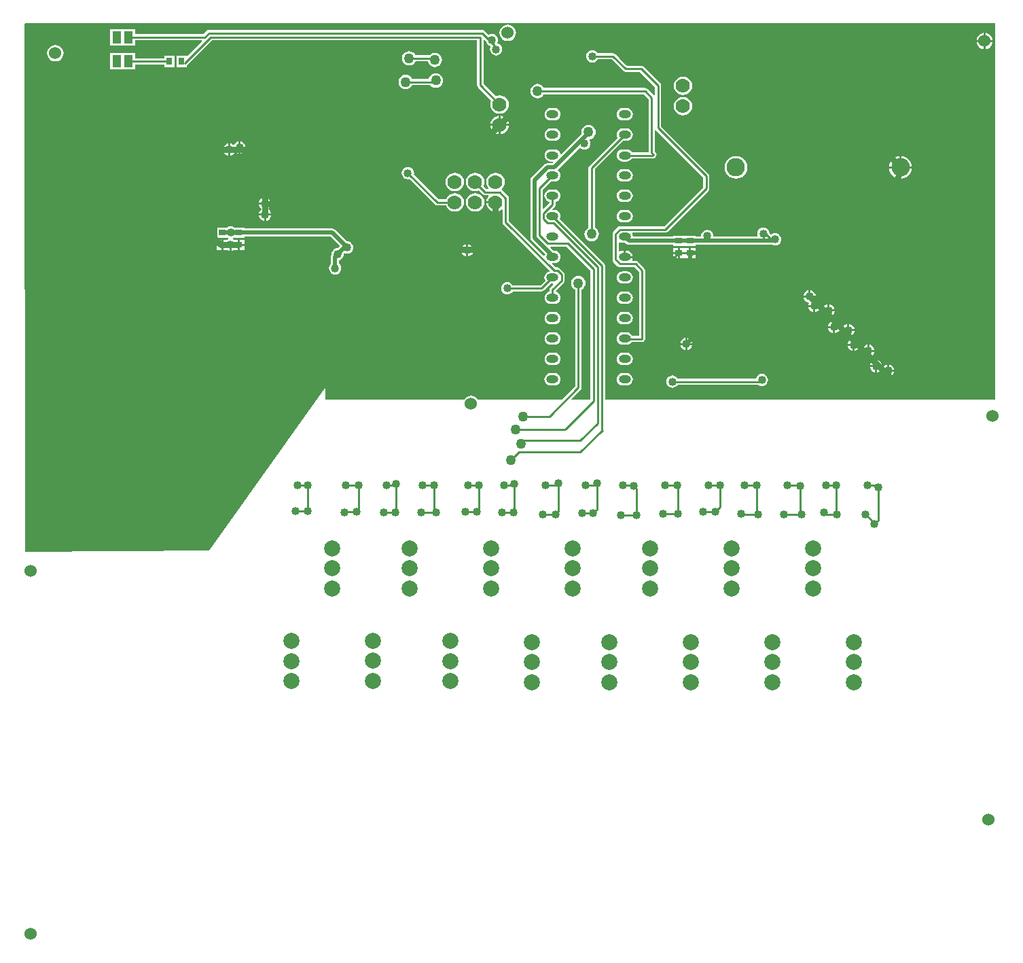
<source format=gbl>
%FSLAX24Y24*%
%MOIN*%
G70*
G01*
G75*
G04 Layer_Physical_Order=2*
G04 Layer_Color=16711680*
G04:AMPARAMS|DCode=10|XSize=30mil|YSize=35mil|CornerRadius=0mil|HoleSize=0mil|Usage=FLASHONLY|Rotation=325.000|XOffset=0mil|YOffset=0mil|HoleType=Round|Shape=Rectangle|*
%AMROTATEDRECTD10*
4,1,4,-0.0223,-0.0057,-0.0023,0.0229,0.0223,0.0057,0.0023,-0.0229,-0.0223,-0.0057,0.0*
%
%ADD10ROTATEDRECTD10*%

G04:AMPARAMS|DCode=11|XSize=30mil|YSize=35mil|CornerRadius=0mil|HoleSize=0mil|Usage=FLASHONLY|Rotation=327.000|XOffset=0mil|YOffset=0mil|HoleType=Round|Shape=Rectangle|*
%AMROTATEDRECTD11*
4,1,4,-0.0221,-0.0065,-0.0030,0.0228,0.0221,0.0065,0.0030,-0.0228,-0.0221,-0.0065,0.0*
%
%ADD11ROTATEDRECTD11*%

G04:AMPARAMS|DCode=12|XSize=60mil|YSize=56mil|CornerRadius=0mil|HoleSize=0mil|Usage=FLASHONLY|Rotation=328.000|XOffset=0mil|YOffset=0mil|HoleType=Round|Shape=Rectangle|*
%AMROTATEDRECTD12*
4,1,4,-0.0403,-0.0078,-0.0106,0.0396,0.0403,0.0078,0.0106,-0.0396,-0.0403,-0.0078,0.0*
%
%ADD12ROTATEDRECTD12*%

G04:AMPARAMS|DCode=13|XSize=60mil|YSize=56mil|CornerRadius=0mil|HoleSize=0mil|Usage=FLASHONLY|Rotation=327.000|XOffset=0mil|YOffset=0mil|HoleType=Round|Shape=Rectangle|*
%AMROTATEDRECTD13*
4,1,4,-0.0404,-0.0071,-0.0099,0.0398,0.0404,0.0071,0.0099,-0.0398,-0.0404,-0.0071,0.0*
%
%ADD13ROTATEDRECTD13*%

%ADD14R,0.0140X0.0800*%
%ADD15R,0.0300X0.0350*%
%ADD16R,0.0350X0.0300*%
%ADD17R,0.0600X0.0560*%
%ADD18R,0.0200X0.0240*%
%ADD19R,0.0560X0.0600*%
%ADD20R,0.0400X0.0250*%
%ADD21O,0.0591X0.0394*%
%ADD22C,0.0300*%
%ADD23C,0.0100*%
%ADD24C,0.0200*%
%ADD25C,0.0240*%
%ADD26C,0.0600*%
%ADD27C,0.0787*%
%ADD28C,0.0900*%
%ADD29C,0.0700*%
%ADD30C,0.0400*%
%ADD31C,0.0500*%
%ADD32R,0.0430X0.0590*%
G36*
X95920Y198770D02*
Y180410D01*
X76769D01*
Y186990D01*
X76757Y187048D01*
X76724Y187098D01*
X74560Y189262D01*
X74588Y189328D01*
X74598Y189406D01*
X74588Y189483D01*
X74558Y189555D01*
X74510Y189617D01*
X74448Y189665D01*
X74376Y189695D01*
X74298Y189705D01*
X74192D01*
X74173Y189751D01*
X74303Y189881D01*
X74336Y189931D01*
X74348Y189989D01*
X74348Y189989D01*
X74348Y189989D01*
Y189989D01*
Y190120D01*
X74371Y190123D01*
X74443Y190153D01*
X74505Y190201D01*
X74553Y190263D01*
X74583Y190335D01*
X74593Y190413D01*
X74583Y190490D01*
X74553Y190562D01*
X74505Y190624D01*
X74443Y190672D01*
X74371Y190702D01*
X74293Y190712D01*
X74096D01*
X74019Y190702D01*
X73947Y190672D01*
X73885Y190624D01*
X73837Y190562D01*
X73807Y190490D01*
X73797Y190413D01*
X73807Y190335D01*
X73837Y190263D01*
X73885Y190201D01*
X73947Y190153D01*
X74019Y190123D01*
X74042Y190120D01*
Y190053D01*
X73754Y189765D01*
X73708Y189784D01*
Y190696D01*
X74118Y191106D01*
X74298D01*
X74376Y191116D01*
X74448Y191146D01*
X74510Y191194D01*
X74558Y191256D01*
X74588Y191328D01*
X74598Y191406D01*
X74588Y191483D01*
X74558Y191555D01*
X74510Y191617D01*
X74448Y191665D01*
X74444Y191686D01*
X75516Y192758D01*
X75546Y192756D01*
X75609Y192708D01*
X75682Y192678D01*
X75760Y192667D01*
X75838Y192678D01*
X75911Y192708D01*
X75974Y192756D01*
X76022Y192819D01*
X76052Y192892D01*
X76063Y192970D01*
X76052Y193048D01*
X76022Y193121D01*
X76008Y193140D01*
X76027Y193186D01*
X76051Y193189D01*
X76137Y193224D01*
X76210Y193280D01*
X76266Y193353D01*
X76301Y193439D01*
X76313Y193530D01*
X76301Y193621D01*
X76266Y193707D01*
X76210Y193780D01*
X76137Y193836D01*
X76051Y193871D01*
X75960Y193883D01*
X75869Y193871D01*
X75783Y193836D01*
X75710Y193780D01*
X75654Y193707D01*
X75619Y193621D01*
X75607Y193530D01*
X75619Y193439D01*
X75619Y193438D01*
X74633Y192452D01*
X74588Y192467D01*
X74558Y192539D01*
X74510Y192601D01*
X74448Y192649D01*
X74376Y192679D01*
X74298Y192689D01*
X74102D01*
X74024Y192679D01*
X73952Y192649D01*
X73890Y192601D01*
X73842Y192539D01*
X73812Y192467D01*
X73802Y192390D01*
X73812Y192312D01*
X73842Y192240D01*
X73890Y192178D01*
X73952Y192130D01*
X74024Y192101D01*
X74102Y192090D01*
X74207D01*
X74226Y192044D01*
X74188Y192006D01*
X73937D01*
X73937Y192006D01*
X73859Y191991D01*
X73793Y191947D01*
X73161Y191314D01*
X73116Y191248D01*
X73101Y191170D01*
Y188358D01*
X73101Y188358D01*
X73101D01*
X73116Y188280D01*
X73161Y188214D01*
X73836Y187539D01*
X73812Y187483D01*
X73766Y187467D01*
X72053Y189180D01*
Y190287D01*
X72041Y190346D01*
X72008Y190395D01*
X71715Y190688D01*
X71705Y190695D01*
X71703Y190745D01*
X71721Y190759D01*
X71793Y190853D01*
X71838Y190963D01*
X71854Y191080D01*
X71838Y191197D01*
X71793Y191307D01*
X71721Y191401D01*
X71627Y191473D01*
X71517Y191518D01*
X71400Y191534D01*
X71283Y191518D01*
X71173Y191473D01*
X71079Y191401D01*
X71007Y191307D01*
X70962Y191197D01*
X70946Y191080D01*
X70962Y190963D01*
X71007Y190853D01*
X71065Y190778D01*
X71043Y190733D01*
X70963D01*
X70808Y190889D01*
X70838Y190963D01*
X70854Y191080D01*
X70838Y191197D01*
X70793Y191307D01*
X70721Y191401D01*
X70627Y191473D01*
X70517Y191518D01*
X70400Y191534D01*
X70283Y191518D01*
X70173Y191473D01*
X70079Y191401D01*
X70007Y191307D01*
X69962Y191197D01*
X69946Y191080D01*
X69962Y190963D01*
X70007Y190853D01*
X70079Y190759D01*
X70173Y190687D01*
X70283Y190642D01*
X70400Y190626D01*
X70517Y190642D01*
X70591Y190672D01*
X70792Y190472D01*
X70841Y190439D01*
X70900Y190427D01*
X71043D01*
X71065Y190382D01*
X71007Y190307D01*
X70962Y190197D01*
X70953Y190130D01*
X71400D01*
Y190080D01*
X71450D01*
Y189633D01*
X71517Y189642D01*
X71627Y189687D01*
X71702Y189745D01*
X71747Y189723D01*
Y189117D01*
X71759Y189058D01*
X71792Y189008D01*
X74060Y186740D01*
X74044Y186693D01*
X74019Y186689D01*
X73947Y186659D01*
X73885Y186612D01*
X73837Y186550D01*
X73807Y186477D01*
X73797Y186400D01*
X73807Y186323D01*
X73835Y186256D01*
X73602Y186023D01*
X72241D01*
X72194Y186084D01*
X72131Y186132D01*
X72058Y186162D01*
X71980Y186173D01*
X71902Y186162D01*
X71829Y186132D01*
X71766Y186084D01*
X71718Y186021D01*
X71688Y185948D01*
X71677Y185870D01*
X71688Y185792D01*
X71718Y185719D01*
X71766Y185656D01*
X71829Y185608D01*
X71902Y185578D01*
X71980Y185567D01*
X72058Y185578D01*
X72131Y185608D01*
X72194Y185656D01*
X72241Y185717D01*
X73665D01*
X73723Y185729D01*
X73773Y185762D01*
X74112Y186101D01*
X74203D01*
X74222Y186054D01*
X74092Y185924D01*
X74059Y185875D01*
X74047Y185816D01*
Y185698D01*
X74024Y185695D01*
X73952Y185665D01*
X73890Y185617D01*
X73842Y185555D01*
X73812Y185483D01*
X73802Y185406D01*
X73812Y185328D01*
X73842Y185256D01*
X73890Y185194D01*
X73952Y185146D01*
X74024Y185116D01*
X74102Y185106D01*
X74298D01*
X74376Y185116D01*
X74448Y185146D01*
X74510Y185194D01*
X74558Y185256D01*
X74588Y185328D01*
X74598Y185406D01*
X74588Y185483D01*
X74558Y185555D01*
X74510Y185617D01*
X74448Y185665D01*
X74376Y185695D01*
X74353Y185698D01*
Y185753D01*
X74748Y186148D01*
X74781Y186198D01*
X74793Y186256D01*
X74793Y186256D01*
X74793Y186256D01*
Y186256D01*
Y186544D01*
X74781Y186602D01*
X74748Y186652D01*
X74545Y186855D01*
X74496Y186888D01*
X74437Y186900D01*
X74333D01*
X74173Y187060D01*
X74192Y187106D01*
X74298D01*
X74376Y187116D01*
X74448Y187146D01*
X74510Y187194D01*
X74558Y187256D01*
X74588Y187328D01*
X74598Y187406D01*
X74588Y187483D01*
X74558Y187555D01*
X74510Y187617D01*
X74448Y187665D01*
X74376Y187695D01*
X74298Y187705D01*
X74246D01*
X74092Y187860D01*
X74111Y187906D01*
X74894D01*
X76063Y186737D01*
Y180419D01*
X76054Y180410D01*
X75142D01*
X75122Y180456D01*
X75568Y180902D01*
X75601Y180951D01*
X75613Y181010D01*
Y185805D01*
X75637Y185814D01*
X75710Y185870D01*
X75766Y185943D01*
X75801Y186029D01*
X75813Y186120D01*
X75801Y186211D01*
X75766Y186297D01*
X75710Y186370D01*
X75637Y186426D01*
X75551Y186461D01*
X75460Y186473D01*
X75369Y186461D01*
X75283Y186426D01*
X75210Y186370D01*
X75154Y186297D01*
X75119Y186211D01*
X75107Y186120D01*
X75119Y186029D01*
X75154Y185943D01*
X75210Y185870D01*
X75283Y185814D01*
X75307Y185805D01*
Y181073D01*
X74644Y180410D01*
X70543D01*
X70485Y180485D01*
X70402Y180549D01*
X70304Y180590D01*
X70200Y180603D01*
X70096Y180590D01*
X69998Y180549D01*
X69915Y180485D01*
X69857Y180410D01*
X63060D01*
Y181020D01*
X57340Y173020D01*
X48355Y172950D01*
X48320Y172985D01*
X48280Y198845D01*
X48315Y198880D01*
X95920D01*
Y198770D01*
D02*
G37*
%LPC*%
G36*
X77842Y184705D02*
X77645D01*
X77567Y184695D01*
X77495Y184665D01*
X77433Y184617D01*
X77386Y184555D01*
X77356Y184483D01*
X77345Y184406D01*
X77356Y184328D01*
X77386Y184256D01*
X77433Y184194D01*
X77495Y184146D01*
X77567Y184116D01*
X77645Y184106D01*
X77842D01*
X77919Y184116D01*
X77991Y184146D01*
X78053Y184194D01*
X78101Y184256D01*
X78131Y184328D01*
X78141Y184406D01*
X78131Y184483D01*
X78101Y184555D01*
X78053Y184617D01*
X77991Y184665D01*
X77919Y184695D01*
X77842Y184705D01*
D02*
G37*
G36*
X74298D02*
X74102D01*
X74024Y184695D01*
X73952Y184665D01*
X73890Y184617D01*
X73842Y184555D01*
X73812Y184483D01*
X73802Y184406D01*
X73812Y184328D01*
X73842Y184256D01*
X73890Y184194D01*
X73952Y184146D01*
X74024Y184116D01*
X74102Y184106D01*
X74298D01*
X74376Y184116D01*
X74448Y184146D01*
X74510Y184194D01*
X74558Y184256D01*
X74588Y184328D01*
X74598Y184406D01*
X74588Y184483D01*
X74558Y184555D01*
X74510Y184617D01*
X74448Y184665D01*
X74376Y184695D01*
X74298Y184705D01*
D02*
G37*
G36*
X88060Y184256D02*
Y184010D01*
X88306D01*
X88302Y184038D01*
X88272Y184111D01*
X88224Y184174D01*
X88161Y184222D01*
X88088Y184252D01*
X88060Y184256D01*
D02*
G37*
G36*
X88036Y184740D02*
X87790D01*
Y184494D01*
X87818Y184498D01*
X87891Y184528D01*
X87954Y184576D01*
X88002Y184639D01*
X88032Y184712D01*
X88036Y184740D01*
D02*
G37*
G36*
X87690D02*
X87444D01*
X87448Y184712D01*
X87478Y184639D01*
X87526Y184576D01*
X87589Y184528D01*
X87662Y184498D01*
X87690Y184494D01*
Y184740D01*
D02*
G37*
G36*
X86990Y184950D02*
X86744D01*
X86748Y184922D01*
X86778Y184849D01*
X86826Y184786D01*
X86889Y184738D01*
X86962Y184708D01*
X86990Y184704D01*
Y184950D01*
D02*
G37*
G36*
X88306Y183910D02*
X88060D01*
Y183664D01*
X88088Y183668D01*
X88161Y183698D01*
X88224Y183746D01*
X88272Y183809D01*
X88302Y183882D01*
X88306Y183910D01*
D02*
G37*
G36*
X87960D02*
X87714D01*
X87718Y183882D01*
X87748Y183809D01*
X87796Y183746D01*
X87859Y183698D01*
X87932Y183668D01*
X87960Y183664D01*
Y183910D01*
D02*
G37*
G36*
X89006Y183770D02*
X88760D01*
Y183524D01*
X88788Y183528D01*
X88861Y183558D01*
X88924Y183606D01*
X88972Y183669D01*
X89002Y183742D01*
X89006Y183770D01*
D02*
G37*
G36*
X87960Y184256D02*
X87932Y184252D01*
X87859Y184222D01*
X87796Y184174D01*
X87748Y184111D01*
X87718Y184038D01*
X87714Y184010D01*
X87960D01*
Y184256D01*
D02*
G37*
G36*
X88760Y184116D02*
Y183870D01*
X89006D01*
X89002Y183898D01*
X88972Y183971D01*
X88924Y184034D01*
X88861Y184082D01*
X88788Y184112D01*
X88760Y184116D01*
D02*
G37*
G36*
X88660D02*
X88632Y184112D01*
X88559Y184082D01*
X88496Y184034D01*
X88448Y183971D01*
X88418Y183898D01*
X88414Y183870D01*
X88660D01*
Y184116D01*
D02*
G37*
G36*
X87336Y184950D02*
X87090D01*
Y184704D01*
X87118Y184708D01*
X87191Y184738D01*
X87254Y184786D01*
X87302Y184849D01*
X87332Y184922D01*
X87336Y184950D01*
D02*
G37*
G36*
X80892Y187857D02*
X80667D01*
Y187850D01*
X80450D01*
Y187600D01*
Y187350D01*
X80675D01*
Y187357D01*
X80892D01*
Y187607D01*
Y187857D01*
D02*
G37*
G36*
X80350Y187550D02*
X80125D01*
Y187350D01*
X80350D01*
Y187550D01*
D02*
G37*
G36*
X77837Y186699D02*
X77640D01*
X77562Y186689D01*
X77490Y186659D01*
X77428Y186612D01*
X77380Y186550D01*
X77351Y186477D01*
X77340Y186400D01*
X77351Y186323D01*
X77380Y186250D01*
X77428Y186188D01*
X77490Y186141D01*
X77562Y186111D01*
X77640Y186101D01*
X77837D01*
X77914Y186111D01*
X77986Y186141D01*
X78048Y186188D01*
X78096Y186250D01*
X78126Y186323D01*
X78136Y186400D01*
X78126Y186477D01*
X78096Y186550D01*
X78048Y186612D01*
X77986Y186659D01*
X77914Y186689D01*
X77837Y186699D01*
D02*
G37*
G36*
X70306Y187680D02*
X70060D01*
Y187434D01*
X70088Y187438D01*
X70161Y187468D01*
X70224Y187516D01*
X70272Y187579D01*
X70302Y187652D01*
X70306Y187680D01*
D02*
G37*
G36*
X69960D02*
X69714D01*
X69718Y187652D01*
X69748Y187579D01*
X69796Y187516D01*
X69859Y187468D01*
X69932Y187438D01*
X69960Y187434D01*
Y187680D01*
D02*
G37*
G36*
X81217Y187557D02*
X80992D01*
Y187357D01*
X81217D01*
Y187557D01*
D02*
G37*
G36*
X86860Y185766D02*
Y185520D01*
X87106D01*
X87102Y185548D01*
X87072Y185621D01*
X87024Y185684D01*
X86961Y185732D01*
X86888Y185762D01*
X86860Y185766D01*
D02*
G37*
G36*
X87090Y185296D02*
Y185050D01*
X87336D01*
X87332Y185078D01*
X87302Y185151D01*
X87254Y185214D01*
X87191Y185262D01*
X87118Y185292D01*
X87090Y185296D01*
D02*
G37*
G36*
X87790Y185086D02*
Y184840D01*
X88036D01*
X88032Y184868D01*
X88002Y184941D01*
X87954Y185004D01*
X87891Y185052D01*
X87818Y185082D01*
X87790Y185086D01*
D02*
G37*
G36*
X87690D02*
X87662Y185082D01*
X87589Y185052D01*
X87526Y185004D01*
X87478Y184941D01*
X87448Y184868D01*
X87444Y184840D01*
X87690D01*
Y185086D01*
D02*
G37*
G36*
X86760Y185766D02*
X86732Y185762D01*
X86659Y185732D01*
X86596Y185684D01*
X86548Y185621D01*
X86518Y185548D01*
X86514Y185520D01*
X86760D01*
Y185766D01*
D02*
G37*
G36*
X87106Y185420D02*
X86514D01*
X86518Y185392D01*
X86548Y185319D01*
X86596Y185256D01*
X86659Y185208D01*
X86732Y185178D01*
X86745Y185176D01*
X86770Y185133D01*
X86748Y185078D01*
X86744Y185050D01*
X86990D01*
Y185296D01*
X87040Y185303D01*
X87081Y185297D01*
X87072Y185319D01*
X87102Y185392D01*
X87106Y185420D01*
D02*
G37*
G36*
X77842Y185705D02*
X77645D01*
X77567Y185695D01*
X77495Y185665D01*
X77433Y185617D01*
X77386Y185555D01*
X77356Y185483D01*
X77345Y185406D01*
X77356Y185328D01*
X77386Y185256D01*
X77433Y185194D01*
X77495Y185146D01*
X77567Y185116D01*
X77645Y185106D01*
X77842D01*
X77919Y185116D01*
X77991Y185146D01*
X78053Y185194D01*
X78101Y185256D01*
X78131Y185328D01*
X78141Y185406D01*
X78131Y185483D01*
X78101Y185555D01*
X78053Y185617D01*
X77991Y185665D01*
X77919Y185695D01*
X77842Y185705D01*
D02*
G37*
G36*
X90120Y182346D02*
Y182100D01*
X90366D01*
X90362Y182128D01*
X90332Y182201D01*
X90284Y182264D01*
X90221Y182312D01*
X90148Y182342D01*
X90120Y182346D01*
D02*
G37*
G36*
X90020D02*
X89992Y182342D01*
X89919Y182312D01*
X89856Y182264D01*
X89808Y182201D01*
X89778Y182128D01*
X89774Y182100D01*
X90020D01*
Y182346D01*
D02*
G37*
G36*
X90620Y182126D02*
X90592Y182122D01*
X90519Y182092D01*
X90456Y182044D01*
X90413Y181988D01*
X90367Y182007D01*
X90366Y182000D01*
X90120D01*
Y181754D01*
X90148Y181758D01*
X90221Y181788D01*
X90284Y181836D01*
X90327Y181892D01*
X90373Y181873D01*
X90374Y181880D01*
X90620D01*
Y182126D01*
D02*
G37*
G36*
X89650Y182750D02*
X89404D01*
X89408Y182722D01*
X89438Y182649D01*
X89486Y182586D01*
X89549Y182538D01*
X89622Y182508D01*
X89650Y182504D01*
Y182750D01*
D02*
G37*
G36*
X77842Y182705D02*
X77645D01*
X77567Y182695D01*
X77495Y182665D01*
X77433Y182617D01*
X77386Y182555D01*
X77356Y182483D01*
X77345Y182406D01*
X77356Y182328D01*
X77386Y182256D01*
X77433Y182194D01*
X77495Y182146D01*
X77567Y182116D01*
X77645Y182106D01*
X77842D01*
X77919Y182116D01*
X77991Y182146D01*
X78053Y182194D01*
X78101Y182256D01*
X78131Y182328D01*
X78141Y182406D01*
X78131Y182483D01*
X78101Y182555D01*
X78053Y182617D01*
X77991Y182665D01*
X77919Y182695D01*
X77842Y182705D01*
D02*
G37*
G36*
X74298D02*
X74102D01*
X74024Y182695D01*
X73952Y182665D01*
X73890Y182617D01*
X73842Y182555D01*
X73812Y182483D01*
X73802Y182406D01*
X73812Y182328D01*
X73842Y182256D01*
X73890Y182194D01*
X73952Y182146D01*
X74024Y182116D01*
X74102Y182106D01*
X74298D01*
X74376Y182116D01*
X74448Y182146D01*
X74510Y182194D01*
X74558Y182256D01*
X74588Y182328D01*
X74598Y182406D01*
X74588Y182483D01*
X74558Y182555D01*
X74510Y182617D01*
X74448Y182665D01*
X74376Y182695D01*
X74298Y182705D01*
D02*
G37*
G36*
X90720Y182126D02*
Y181880D01*
X90966D01*
X90962Y181908D01*
X90932Y181981D01*
X90884Y182044D01*
X90821Y182092D01*
X90748Y182122D01*
X90720Y182126D01*
D02*
G37*
G36*
X84470Y181673D02*
X84392Y181662D01*
X84319Y181632D01*
X84256Y181584D01*
X84208Y181521D01*
X84178Y181448D01*
X84177Y181443D01*
X80341D01*
X80294Y181504D01*
X80231Y181552D01*
X80158Y181582D01*
X80080Y181593D01*
X80002Y181582D01*
X79929Y181552D01*
X79866Y181504D01*
X79818Y181441D01*
X79788Y181368D01*
X79777Y181290D01*
X79788Y181212D01*
X79818Y181139D01*
X79866Y181076D01*
X79929Y181028D01*
X80002Y180998D01*
X80080Y180987D01*
X80158Y180998D01*
X80231Y181028D01*
X80294Y181076D01*
X80341Y181137D01*
X84281D01*
X84319Y181108D01*
X84392Y181078D01*
X84470Y181067D01*
X84548Y181078D01*
X84621Y181108D01*
X84684Y181156D01*
X84732Y181219D01*
X84762Y181292D01*
X84773Y181370D01*
X84762Y181448D01*
X84732Y181521D01*
X84684Y181584D01*
X84621Y181632D01*
X84548Y181662D01*
X84470Y181673D01*
D02*
G37*
G36*
X77837Y181706D02*
X77640D01*
X77562Y181696D01*
X77490Y181666D01*
X77428Y181618D01*
X77380Y181556D01*
X77351Y181484D01*
X77340Y181406D01*
X77351Y181329D01*
X77380Y181257D01*
X77428Y181195D01*
X77490Y181147D01*
X77562Y181117D01*
X77640Y181107D01*
X77837D01*
X77914Y181117D01*
X77986Y181147D01*
X78048Y181195D01*
X78096Y181257D01*
X78126Y181329D01*
X78136Y181406D01*
X78126Y181484D01*
X78096Y181556D01*
X78048Y181618D01*
X77986Y181666D01*
X77914Y181696D01*
X77837Y181706D01*
D02*
G37*
G36*
X74293D02*
X74096D01*
X74019Y181696D01*
X73947Y181666D01*
X73885Y181618D01*
X73837Y181556D01*
X73807Y181484D01*
X73797Y181406D01*
X73807Y181329D01*
X73837Y181257D01*
X73885Y181195D01*
X73947Y181147D01*
X74019Y181117D01*
X74096Y181107D01*
X74293D01*
X74371Y181117D01*
X74443Y181147D01*
X74505Y181195D01*
X74553Y181257D01*
X74583Y181329D01*
X74593Y181406D01*
X74583Y181484D01*
X74553Y181556D01*
X74505Y181618D01*
X74443Y181666D01*
X74371Y181696D01*
X74293Y181706D01*
D02*
G37*
G36*
X90020Y182000D02*
X89774D01*
X89778Y181972D01*
X89808Y181899D01*
X89856Y181836D01*
X89919Y181788D01*
X89992Y181758D01*
X90020Y181754D01*
Y182000D01*
D02*
G37*
G36*
X90966Y181780D02*
X90720D01*
Y181534D01*
X90748Y181538D01*
X90821Y181568D01*
X90884Y181616D01*
X90932Y181679D01*
X90962Y181752D01*
X90966Y181780D01*
D02*
G37*
G36*
X90620D02*
X90374D01*
X90378Y181752D01*
X90408Y181679D01*
X90456Y181616D01*
X90519Y181568D01*
X90592Y181538D01*
X90620Y181534D01*
Y181780D01*
D02*
G37*
G36*
X89030Y183386D02*
Y183140D01*
X89276D01*
X89272Y183168D01*
X89242Y183241D01*
X89194Y183304D01*
X89131Y183352D01*
X89058Y183382D01*
X89030Y183386D01*
D02*
G37*
G36*
X88930D02*
X88902Y183382D01*
X88829Y183352D01*
X88766Y183304D01*
X88718Y183241D01*
X88688Y183168D01*
X88684Y183140D01*
X88930D01*
Y183386D01*
D02*
G37*
G36*
X74298Y183705D02*
X74102D01*
X74024Y183695D01*
X73952Y183665D01*
X73890Y183617D01*
X73842Y183555D01*
X73812Y183483D01*
X73802Y183406D01*
X73812Y183328D01*
X73842Y183256D01*
X73890Y183194D01*
X73952Y183146D01*
X74024Y183116D01*
X74102Y183106D01*
X74298D01*
X74376Y183116D01*
X74448Y183146D01*
X74510Y183194D01*
X74558Y183256D01*
X74588Y183328D01*
X74598Y183406D01*
X74588Y183483D01*
X74558Y183555D01*
X74510Y183617D01*
X74448Y183665D01*
X74376Y183695D01*
X74298Y183705D01*
D02*
G37*
G36*
X88660Y183770D02*
X88414D01*
X88418Y183742D01*
X88448Y183669D01*
X88496Y183606D01*
X88559Y183558D01*
X88632Y183528D01*
X88660Y183524D01*
Y183770D01*
D02*
G37*
G36*
X80810Y183436D02*
Y183190D01*
X81056D01*
X81052Y183218D01*
X81022Y183291D01*
X80974Y183354D01*
X80911Y183402D01*
X80838Y183432D01*
X80810Y183436D01*
D02*
G37*
G36*
X80710D02*
X80682Y183432D01*
X80609Y183402D01*
X80546Y183354D01*
X80498Y183291D01*
X80468Y183218D01*
X80464Y183190D01*
X80710D01*
Y183436D01*
D02*
G37*
G36*
X89750Y183096D02*
Y182850D01*
X89996D01*
X89992Y182878D01*
X89962Y182951D01*
X89914Y183014D01*
X89851Y183062D01*
X89778Y183092D01*
X89750Y183096D01*
D02*
G37*
G36*
X89276Y183040D02*
X89030D01*
Y182794D01*
X89058Y182798D01*
X89131Y182828D01*
X89194Y182876D01*
X89242Y182939D01*
X89272Y183012D01*
X89276Y183040D01*
D02*
G37*
G36*
X88930D02*
X88684D01*
X88688Y183012D01*
X88718Y182939D01*
X88766Y182876D01*
X88829Y182828D01*
X88902Y182798D01*
X88930Y182794D01*
Y183040D01*
D02*
G37*
G36*
X89996Y182750D02*
X89750D01*
Y182504D01*
X89778Y182508D01*
X89851Y182538D01*
X89914Y182586D01*
X89962Y182649D01*
X89992Y182722D01*
X89996Y182750D01*
D02*
G37*
G36*
X89650Y183096D02*
X89622Y183092D01*
X89549Y183062D01*
X89486Y183014D01*
X89438Y182951D01*
X89408Y182878D01*
X89404Y182850D01*
X89650D01*
Y183096D01*
D02*
G37*
G36*
X81056Y183090D02*
X80810D01*
Y182844D01*
X80838Y182848D01*
X80911Y182878D01*
X80974Y182926D01*
X81022Y182989D01*
X81052Y183062D01*
X81056Y183090D01*
D02*
G37*
G36*
X80710D02*
X80464D01*
X80468Y183062D01*
X80498Y182989D01*
X80546Y182926D01*
X80609Y182878D01*
X80682Y182848D01*
X80710Y182844D01*
Y183090D01*
D02*
G37*
G36*
X77842Y187705D02*
X77793D01*
Y187456D01*
X78135D01*
X78131Y187483D01*
X78101Y187555D01*
X78053Y187617D01*
X77991Y187665D01*
X77919Y187695D01*
X77842Y187705D01*
D02*
G37*
G36*
X71550Y194327D02*
X71483Y194318D01*
X71373Y194273D01*
X71279Y194201D01*
X71207Y194107D01*
X71162Y193997D01*
X71153Y193930D01*
X71550D01*
Y194327D01*
D02*
G37*
G36*
X72047Y193830D02*
X71650D01*
Y193433D01*
X71717Y193442D01*
X71827Y193487D01*
X71921Y193559D01*
X71993Y193653D01*
X72038Y193763D01*
X72047Y193830D01*
D02*
G37*
G36*
X71550D02*
X71153D01*
X71162Y193763D01*
X71207Y193653D01*
X71279Y193559D01*
X71373Y193487D01*
X71483Y193442D01*
X71550Y193433D01*
Y193830D01*
D02*
G37*
G36*
X77842Y194705D02*
X77645D01*
X77567Y194695D01*
X77495Y194665D01*
X77433Y194617D01*
X77386Y194555D01*
X77356Y194483D01*
X77345Y194406D01*
X77356Y194328D01*
X77386Y194256D01*
X77433Y194194D01*
X77495Y194146D01*
X77567Y194116D01*
X77645Y194106D01*
X77842D01*
X77919Y194116D01*
X77991Y194146D01*
X78053Y194194D01*
X78101Y194256D01*
X78131Y194328D01*
X78141Y194406D01*
X78131Y194483D01*
X78101Y194555D01*
X78053Y194617D01*
X77991Y194665D01*
X77919Y194695D01*
X77842Y194705D01*
D02*
G37*
G36*
X74298D02*
X74102D01*
X74024Y194695D01*
X73952Y194665D01*
X73890Y194617D01*
X73842Y194555D01*
X73812Y194483D01*
X73802Y194406D01*
X73812Y194328D01*
X73842Y194256D01*
X73890Y194194D01*
X73952Y194146D01*
X74024Y194116D01*
X74102Y194106D01*
X74298D01*
X74376Y194116D01*
X74448Y194146D01*
X74510Y194194D01*
X74558Y194256D01*
X74588Y194328D01*
X74598Y194406D01*
X74588Y194483D01*
X74558Y194555D01*
X74510Y194617D01*
X74448Y194665D01*
X74376Y194695D01*
X74298Y194705D01*
D02*
G37*
G36*
X71650Y194327D02*
Y193930D01*
X72047D01*
X72038Y193997D01*
X71993Y194107D01*
X71921Y194201D01*
X71827Y194273D01*
X71717Y194318D01*
X71650Y194327D01*
D02*
G37*
G36*
X74297Y193702D02*
X74100D01*
X74023Y193692D01*
X73951Y193662D01*
X73889Y193614D01*
X73841Y193552D01*
X73811Y193480D01*
X73801Y193402D01*
X73811Y193325D01*
X73841Y193253D01*
X73889Y193191D01*
X73951Y193143D01*
X74023Y193113D01*
X74100Y193103D01*
X74297D01*
X74375Y193113D01*
X74447Y193143D01*
X74509Y193191D01*
X74557Y193253D01*
X74586Y193325D01*
X74597Y193402D01*
X74586Y193480D01*
X74557Y193552D01*
X74509Y193614D01*
X74447Y193662D01*
X74375Y193692D01*
X74297Y193702D01*
D02*
G37*
G36*
X59136Y192720D02*
X58890D01*
Y192474D01*
X58918Y192478D01*
X58991Y192508D01*
X59054Y192556D01*
X59102Y192619D01*
X59132Y192692D01*
X59136Y192720D01*
D02*
G37*
G36*
X58280Y192620D02*
X58034D01*
X58038Y192592D01*
X58068Y192519D01*
X58116Y192456D01*
X58179Y192408D01*
X58252Y192378D01*
X58280Y192374D01*
Y192620D01*
D02*
G37*
G36*
X91320Y192348D02*
Y191850D01*
X91818D01*
X91806Y191944D01*
X91750Y192077D01*
X91662Y192192D01*
X91547Y192280D01*
X91414Y192336D01*
X91320Y192348D01*
D02*
G37*
G36*
X58790Y193066D02*
X58762Y193062D01*
X58689Y193032D01*
X58626Y192984D01*
X58578Y192921D01*
X58574Y192911D01*
X58525Y192898D01*
X58481Y192932D01*
X58408Y192962D01*
X58380Y192966D01*
Y192670D01*
Y192374D01*
X58408Y192378D01*
X58481Y192408D01*
X58544Y192456D01*
X58592Y192519D01*
X58596Y192529D01*
X58645Y192542D01*
X58689Y192508D01*
X58762Y192478D01*
X58790Y192474D01*
Y192770D01*
Y193066D01*
D02*
G37*
G36*
X58890D02*
Y192820D01*
X59136D01*
X59132Y192848D01*
X59102Y192921D01*
X59054Y192984D01*
X58991Y193032D01*
X58918Y193062D01*
X58890Y193066D01*
D02*
G37*
G36*
X58280Y192966D02*
X58252Y192962D01*
X58179Y192932D01*
X58116Y192884D01*
X58068Y192821D01*
X58038Y192748D01*
X58034Y192720D01*
X58280D01*
Y192966D01*
D02*
G37*
G36*
X95797Y197950D02*
X95450D01*
Y197603D01*
X95504Y197610D01*
X95602Y197651D01*
X95685Y197715D01*
X95749Y197798D01*
X95790Y197896D01*
X95797Y197950D01*
D02*
G37*
G36*
X95350D02*
X95003D01*
X95010Y197896D01*
X95051Y197798D01*
X95115Y197715D01*
X95198Y197651D01*
X95296Y197610D01*
X95350Y197603D01*
Y197950D01*
D02*
G37*
G36*
X53715Y198575D02*
X52495D01*
Y197785D01*
X53715D01*
Y198027D01*
X56975D01*
X56995Y197981D01*
X56277Y197264D01*
X56250Y197275D01*
Y197275D01*
X56250Y197275D01*
X55750D01*
Y196725D01*
X56250D01*
Y196806D01*
X56258Y196812D01*
X57483Y198037D01*
X70497D01*
Y195830D01*
X70509Y195771D01*
X70542Y195722D01*
X71192Y195071D01*
X71162Y194997D01*
X71146Y194880D01*
X71162Y194763D01*
X71207Y194653D01*
X71279Y194559D01*
X71373Y194487D01*
X71483Y194442D01*
X71600Y194426D01*
X71717Y194442D01*
X71827Y194487D01*
X71921Y194559D01*
X71993Y194653D01*
X72038Y194763D01*
X72054Y194880D01*
X72038Y194997D01*
X71993Y195107D01*
X71921Y195201D01*
X71827Y195273D01*
X71717Y195318D01*
X71600Y195334D01*
X71483Y195318D01*
X71409Y195288D01*
X70803Y195893D01*
Y198045D01*
X70849Y198065D01*
X70936Y197978D01*
X70938Y197962D01*
X70968Y197889D01*
X71016Y197826D01*
X71079Y197778D01*
X71152Y197748D01*
X71143Y197681D01*
X71138Y197668D01*
X71127Y197590D01*
X71138Y197512D01*
X71168Y197439D01*
X71216Y197376D01*
X71279Y197328D01*
X71352Y197298D01*
X71430Y197287D01*
X71508Y197298D01*
X71581Y197328D01*
X71644Y197376D01*
X71692Y197439D01*
X71722Y197512D01*
X71733Y197590D01*
X71722Y197668D01*
X71692Y197741D01*
X71644Y197804D01*
X71581Y197852D01*
X71508Y197882D01*
X71494Y197884D01*
X71492Y197889D01*
X71522Y197962D01*
X71533Y198040D01*
X71522Y198118D01*
X71492Y198191D01*
X71444Y198254D01*
X71381Y198302D01*
X71308Y198332D01*
X71230Y198343D01*
X71152Y198332D01*
X71079Y198302D01*
X71059Y198287D01*
X70848Y198498D01*
X70799Y198531D01*
X70740Y198543D01*
X57337D01*
X57279Y198531D01*
X57229Y198498D01*
X57064Y198333D01*
X53715D01*
Y198575D01*
D02*
G37*
G36*
X95450Y198397D02*
Y198050D01*
X95797D01*
X95790Y198104D01*
X95749Y198202D01*
X95685Y198285D01*
X95602Y198349D01*
X95504Y198390D01*
X95450Y198397D01*
D02*
G37*
G36*
X95350D02*
X95296Y198390D01*
X95198Y198349D01*
X95115Y198285D01*
X95051Y198202D01*
X95010Y198104D01*
X95003Y198050D01*
X95350D01*
Y198397D01*
D02*
G37*
G36*
X72000Y198803D02*
X71896Y198790D01*
X71798Y198749D01*
X71715Y198685D01*
X71651Y198602D01*
X71610Y198504D01*
X71597Y198400D01*
X71610Y198296D01*
X71651Y198198D01*
X71715Y198115D01*
X71798Y198051D01*
X71896Y198010D01*
X72000Y197997D01*
X72104Y198010D01*
X72202Y198051D01*
X72285Y198115D01*
X72349Y198198D01*
X72390Y198296D01*
X72403Y198400D01*
X72390Y198504D01*
X72349Y198602D01*
X72285Y198685D01*
X72202Y198749D01*
X72104Y198790D01*
X72000Y198803D01*
D02*
G37*
G36*
X49800Y197803D02*
X49696Y197790D01*
X49598Y197749D01*
X49515Y197685D01*
X49451Y197602D01*
X49410Y197504D01*
X49397Y197400D01*
X49410Y197296D01*
X49451Y197198D01*
X49515Y197115D01*
X49598Y197051D01*
X49696Y197010D01*
X49800Y196997D01*
X49904Y197010D01*
X50002Y197051D01*
X50085Y197115D01*
X50149Y197198D01*
X50190Y197296D01*
X50203Y197400D01*
X50190Y197504D01*
X50149Y197602D01*
X50085Y197685D01*
X50002Y197749D01*
X49904Y197790D01*
X49800Y197803D01*
D02*
G37*
G36*
X80600Y196254D02*
X80483Y196238D01*
X80373Y196193D01*
X80279Y196121D01*
X80207Y196027D01*
X80162Y195917D01*
X80146Y195800D01*
X80162Y195683D01*
X80207Y195573D01*
X80279Y195479D01*
X80373Y195407D01*
X80483Y195362D01*
X80600Y195346D01*
X80717Y195362D01*
X80827Y195407D01*
X80921Y195479D01*
X80993Y195573D01*
X81038Y195683D01*
X81054Y195800D01*
X81038Y195917D01*
X80993Y196027D01*
X80921Y196121D01*
X80827Y196193D01*
X80717Y196238D01*
X80600Y196254D01*
D02*
G37*
G36*
X76150Y197553D02*
X76072Y197542D01*
X75999Y197512D01*
X75936Y197464D01*
X75888Y197401D01*
X75858Y197328D01*
X75847Y197250D01*
X75858Y197172D01*
X75888Y197099D01*
X75936Y197036D01*
X75999Y196988D01*
X76072Y196958D01*
X76150Y196947D01*
X76228Y196958D01*
X76301Y196988D01*
X76364Y197036D01*
X76411Y197097D01*
X77102D01*
X77668Y196532D01*
X77717Y196499D01*
X77776Y196487D01*
X78487D01*
X79217Y195757D01*
Y195341D01*
X79169Y195327D01*
X79168Y195328D01*
X78848Y195648D01*
X78799Y195681D01*
X78740Y195693D01*
X73775D01*
X73766Y195717D01*
X73710Y195790D01*
X73637Y195846D01*
X73551Y195881D01*
X73460Y195893D01*
X73369Y195881D01*
X73283Y195846D01*
X73210Y195790D01*
X73154Y195717D01*
X73119Y195631D01*
X73107Y195540D01*
X73119Y195449D01*
X73154Y195363D01*
X73210Y195290D01*
X73283Y195234D01*
X73369Y195199D01*
X73460Y195187D01*
X73551Y195199D01*
X73637Y195234D01*
X73710Y195290D01*
X73766Y195363D01*
X73775Y195387D01*
X78677D01*
X78907Y195157D01*
Y192543D01*
X78099D01*
X78053Y192601D01*
X77991Y192649D01*
X77919Y192679D01*
X77842Y192689D01*
X77645D01*
X77567Y192679D01*
X77495Y192649D01*
X77433Y192601D01*
X77386Y192539D01*
X77356Y192467D01*
X77345Y192390D01*
X77356Y192312D01*
X77386Y192240D01*
X77433Y192178D01*
X77495Y192130D01*
X77567Y192101D01*
X77645Y192090D01*
X77842D01*
X77919Y192101D01*
X77991Y192130D01*
X78053Y192178D01*
X78099Y192237D01*
X79110D01*
X79168Y192248D01*
X79218Y192282D01*
X79258Y192322D01*
X79291Y192371D01*
X79303Y192430D01*
X79291Y192489D01*
X79258Y192538D01*
X79213Y192583D01*
Y193629D01*
X79261Y193643D01*
X79262Y193642D01*
X81587Y191317D01*
Y190823D01*
X79669Y188905D01*
X77501D01*
X77443Y188894D01*
X77393Y188861D01*
X77190Y188657D01*
X77157Y188608D01*
X77145Y188549D01*
Y187262D01*
X77157Y187203D01*
X77190Y187154D01*
X77393Y186951D01*
X77393D01*
X77393Y186951D01*
X77393Y186951D01*
Y186951D01*
X77443Y186917D01*
X77501Y186906D01*
X78216D01*
X78437Y186684D01*
Y183543D01*
X78106D01*
X78101Y183555D01*
X78053Y183617D01*
X77991Y183665D01*
X77919Y183695D01*
X77842Y183705D01*
X77645D01*
X77567Y183695D01*
X77495Y183665D01*
X77433Y183617D01*
X77386Y183555D01*
X77356Y183483D01*
X77345Y183406D01*
X77356Y183328D01*
X77386Y183256D01*
X77433Y183194D01*
X77495Y183146D01*
X77567Y183116D01*
X77645Y183106D01*
X77842D01*
X77919Y183116D01*
X77991Y183146D01*
X78053Y183194D01*
X78087Y183237D01*
X78590D01*
X78649Y183249D01*
X78698Y183282D01*
X78731Y183331D01*
X78743Y183390D01*
X78743Y183390D01*
X78743Y183390D01*
Y183390D01*
Y186748D01*
X78731Y186806D01*
X78698Y186856D01*
X78387Y187167D01*
X78338Y187200D01*
X78279Y187212D01*
X78123D01*
X78101Y187256D01*
X78131Y187328D01*
X78135Y187356D01*
X77743D01*
Y187405D01*
X77693D01*
Y187705D01*
X77645D01*
X77567Y187695D01*
X77495Y187665D01*
X77451Y187687D01*
Y188124D01*
X77495Y188146D01*
X77567Y188116D01*
X77645Y188106D01*
X77754D01*
X77805Y188056D01*
X77871Y188012D01*
X77949Y187996D01*
X80125D01*
Y187950D01*
X80675D01*
Y187957D01*
X81217D01*
Y188003D01*
X84981D01*
X85042Y187978D01*
X85120Y187967D01*
X85198Y187978D01*
X85271Y188008D01*
X85334Y188056D01*
X85382Y188119D01*
X85412Y188192D01*
X85423Y188270D01*
X85412Y188348D01*
X85382Y188421D01*
X85334Y188484D01*
X85271Y188532D01*
X85198Y188562D01*
X85120Y188573D01*
X85042Y188562D01*
X84969Y188532D01*
X84921Y188495D01*
X84839Y188577D01*
X84832Y188628D01*
X84802Y188701D01*
X84754Y188764D01*
X84691Y188812D01*
X84618Y188842D01*
X84540Y188853D01*
X84462Y188842D01*
X84389Y188812D01*
X84326Y188764D01*
X84278Y188701D01*
X84248Y188628D01*
X84237Y188550D01*
X84248Y188472D01*
X84256Y188452D01*
X84228Y188411D01*
X82109D01*
X82093Y188430D01*
X82082Y188508D01*
X82052Y188581D01*
X82004Y188644D01*
X81941Y188692D01*
X81868Y188722D01*
X81790Y188733D01*
X81712Y188722D01*
X81639Y188692D01*
X81576Y188644D01*
X81528Y188581D01*
X81498Y188508D01*
X81487Y188430D01*
X81471Y188411D01*
X81217D01*
Y188457D01*
X80667D01*
Y188450D01*
X80125D01*
Y188404D01*
X78143D01*
X78141Y188406D01*
X78131Y188483D01*
X78101Y188555D01*
X78123Y188599D01*
X79732D01*
X79791Y188611D01*
X79841Y188644D01*
X79841Y188644D01*
X79841Y188644D01*
X81848Y190652D01*
X81881Y190701D01*
X81893Y190760D01*
Y191380D01*
X81881Y191439D01*
X81848Y191488D01*
X79523Y193813D01*
Y195820D01*
X79511Y195879D01*
X79478Y195928D01*
X78658Y196748D01*
X78609Y196781D01*
X78550Y196793D01*
X77839D01*
X77274Y197358D01*
X77224Y197391D01*
X77166Y197403D01*
X76411D01*
X76364Y197464D01*
X76301Y197512D01*
X76228Y197542D01*
X76150Y197553D01*
D02*
G37*
G36*
X80600Y195254D02*
X80483Y195238D01*
X80373Y195193D01*
X80279Y195121D01*
X80207Y195027D01*
X80162Y194917D01*
X80146Y194800D01*
X80162Y194683D01*
X80207Y194573D01*
X80279Y194479D01*
X80373Y194407D01*
X80483Y194362D01*
X80600Y194346D01*
X80717Y194362D01*
X80827Y194407D01*
X80921Y194479D01*
X80993Y194573D01*
X81038Y194683D01*
X81054Y194800D01*
X81038Y194917D01*
X80993Y195027D01*
X80921Y195121D01*
X80827Y195193D01*
X80717Y195238D01*
X80600Y195254D01*
D02*
G37*
G36*
X53715Y197395D02*
X52495D01*
Y196605D01*
X53715D01*
Y196847D01*
X55150D01*
Y196725D01*
X55650D01*
Y197275D01*
X55150D01*
Y197153D01*
X53715D01*
Y197395D01*
D02*
G37*
G36*
X67160Y197503D02*
X67069Y197491D01*
X66983Y197456D01*
X66910Y197400D01*
X66854Y197327D01*
X66819Y197241D01*
X66807Y197150D01*
X66819Y197059D01*
X66854Y196973D01*
X66910Y196900D01*
X66983Y196844D01*
X67069Y196809D01*
X67160Y196797D01*
X67251Y196809D01*
X67337Y196844D01*
X67410Y196900D01*
X67466Y196973D01*
X67475Y196997D01*
X68077D01*
X68079Y196979D01*
X68114Y196893D01*
X68170Y196820D01*
X68243Y196764D01*
X68329Y196729D01*
X68420Y196717D01*
X68511Y196729D01*
X68597Y196764D01*
X68670Y196820D01*
X68726Y196893D01*
X68761Y196979D01*
X68773Y197070D01*
X68761Y197161D01*
X68726Y197247D01*
X68670Y197320D01*
X68597Y197376D01*
X68511Y197411D01*
X68420Y197423D01*
X68329Y197411D01*
X68243Y197376D01*
X68170Y197320D01*
X68158Y197303D01*
X67475D01*
X67466Y197327D01*
X67410Y197400D01*
X67337Y197456D01*
X67251Y197491D01*
X67160Y197503D01*
D02*
G37*
G36*
X68470Y196413D02*
X68379Y196401D01*
X68293Y196366D01*
X68220Y196310D01*
X68164Y196237D01*
X68129Y196151D01*
X68128Y196143D01*
X67305D01*
X67296Y196167D01*
X67240Y196240D01*
X67167Y196296D01*
X67081Y196331D01*
X66990Y196343D01*
X66899Y196331D01*
X66813Y196296D01*
X66740Y196240D01*
X66684Y196167D01*
X66649Y196081D01*
X66637Y195990D01*
X66649Y195899D01*
X66684Y195813D01*
X66740Y195740D01*
X66813Y195684D01*
X66899Y195649D01*
X66990Y195637D01*
X67081Y195649D01*
X67167Y195684D01*
X67240Y195740D01*
X67296Y195813D01*
X67305Y195837D01*
X68200D01*
X68220Y195810D01*
X68293Y195754D01*
X68379Y195719D01*
X68470Y195707D01*
X68561Y195719D01*
X68647Y195754D01*
X68720Y195810D01*
X68776Y195883D01*
X68811Y195969D01*
X68823Y196060D01*
X68811Y196151D01*
X68776Y196237D01*
X68720Y196310D01*
X68647Y196366D01*
X68561Y196401D01*
X68470Y196413D01*
D02*
G37*
G36*
X77841Y193702D02*
X77644D01*
X77566Y193692D01*
X77494Y193662D01*
X77432Y193614D01*
X77384Y193552D01*
X77354Y193480D01*
X77344Y193402D01*
X77354Y193325D01*
X77382Y193258D01*
X76012Y191888D01*
X75979Y191839D01*
X75967Y191780D01*
Y188845D01*
X75943Y188836D01*
X75870Y188780D01*
X75814Y188707D01*
X75779Y188621D01*
X75767Y188530D01*
X75779Y188439D01*
X75814Y188353D01*
X75870Y188280D01*
X75943Y188224D01*
X76029Y188189D01*
X76120Y188177D01*
X76211Y188189D01*
X76297Y188224D01*
X76370Y188280D01*
X76426Y188353D01*
X76461Y188439D01*
X76473Y188530D01*
X76461Y188621D01*
X76426Y188707D01*
X76370Y188780D01*
X76297Y188836D01*
X76273Y188845D01*
Y191717D01*
X77659Y193103D01*
X77841D01*
X77918Y193113D01*
X77990Y193143D01*
X78052Y193191D01*
X78100Y193253D01*
X78130Y193325D01*
X78140Y193402D01*
X78130Y193480D01*
X78100Y193552D01*
X78052Y193614D01*
X77990Y193662D01*
X77918Y193692D01*
X77841Y193702D01*
D02*
G37*
G36*
X59075Y188250D02*
X58850D01*
Y188050D01*
X59075D01*
Y188250D01*
D02*
G37*
G36*
X57950D02*
X57725D01*
Y188050D01*
X57950D01*
Y188250D01*
D02*
G37*
G36*
X60386Y189430D02*
X60140D01*
Y189184D01*
X60168Y189188D01*
X60241Y189218D01*
X60304Y189266D01*
X60352Y189329D01*
X60382Y189402D01*
X60386Y189430D01*
D02*
G37*
G36*
X60040D02*
X59794D01*
X59798Y189402D01*
X59828Y189329D01*
X59876Y189266D01*
X59939Y189218D01*
X60012Y189188D01*
X60040Y189184D01*
Y189430D01*
D02*
G37*
G36*
X77842Y189705D02*
X77645D01*
X77567Y189695D01*
X77495Y189665D01*
X77433Y189617D01*
X77386Y189555D01*
X77356Y189483D01*
X77345Y189406D01*
X77356Y189328D01*
X77386Y189256D01*
X77433Y189194D01*
X77495Y189146D01*
X77567Y189116D01*
X77645Y189106D01*
X77842D01*
X77919Y189116D01*
X77991Y189146D01*
X78053Y189194D01*
X78101Y189256D01*
X78131Y189328D01*
X78141Y189406D01*
X78131Y189483D01*
X78101Y189555D01*
X78053Y189617D01*
X77991Y189665D01*
X77919Y189695D01*
X77842Y189705D01*
D02*
G37*
G36*
X58410Y188903D02*
X58332Y188892D01*
X58259Y188862D01*
X58243Y188850D01*
X57725D01*
Y188350D01*
X58243D01*
X58259Y188338D01*
X58285Y188327D01*
Y188277D01*
X58249Y188262D01*
X58233Y188250D01*
X58050D01*
Y188000D01*
Y187750D01*
X58233D01*
X58249Y187738D01*
X58322Y187708D01*
X58350Y187704D01*
Y188000D01*
X58450D01*
Y187704D01*
X58478Y187708D01*
X58551Y187738D01*
X58567Y187750D01*
X58750D01*
Y188000D01*
Y188250D01*
X58567D01*
X58551Y188262D01*
X58478Y188292D01*
Y188306D01*
X58488Y188308D01*
X58561Y188338D01*
X58577Y188350D01*
X59075D01*
Y188396D01*
X63306D01*
X63762Y187940D01*
X63663Y187841D01*
X63650Y187843D01*
X63572Y187832D01*
X63499Y187802D01*
X63436Y187754D01*
X63388Y187691D01*
X63358Y187618D01*
X63347Y187540D01*
X63351Y187512D01*
X63342Y187498D01*
X63326Y187420D01*
Y187072D01*
X63316Y187064D01*
X63268Y187001D01*
X63238Y186928D01*
X63227Y186850D01*
X63238Y186772D01*
X63268Y186699D01*
X63316Y186636D01*
X63379Y186588D01*
X63452Y186558D01*
X63530Y186547D01*
X63608Y186558D01*
X63681Y186588D01*
X63744Y186636D01*
X63792Y186699D01*
X63822Y186772D01*
X63833Y186850D01*
X63822Y186928D01*
X63792Y187001D01*
X63744Y187064D01*
X63734Y187072D01*
Y187250D01*
X63801Y187278D01*
X63864Y187326D01*
X63912Y187389D01*
X63942Y187462D01*
X63953Y187540D01*
X63951Y187553D01*
X63995Y187597D01*
X64042Y187578D01*
X64120Y187567D01*
X64198Y187578D01*
X64271Y187608D01*
X64334Y187656D01*
X64382Y187719D01*
X64412Y187792D01*
X64423Y187870D01*
X64412Y187948D01*
X64382Y188021D01*
X64334Y188084D01*
X64271Y188132D01*
X64198Y188162D01*
X64120Y188173D01*
X64107Y188171D01*
X63534Y188744D01*
X63468Y188788D01*
X63390Y188804D01*
X59075D01*
Y188850D01*
X58577D01*
X58561Y188862D01*
X58488Y188892D01*
X58410Y188903D01*
D02*
G37*
G36*
X57950Y187950D02*
X57725D01*
Y187750D01*
X57950D01*
Y187950D01*
D02*
G37*
G36*
X81217Y187857D02*
X80992D01*
Y187657D01*
X81217D01*
Y187857D01*
D02*
G37*
G36*
X80350Y187850D02*
X80125D01*
Y187650D01*
X80350D01*
Y187850D01*
D02*
G37*
G36*
X70060Y188026D02*
Y187780D01*
X70306D01*
X70302Y187808D01*
X70272Y187881D01*
X70224Y187944D01*
X70161Y187992D01*
X70088Y188022D01*
X70060Y188026D01*
D02*
G37*
G36*
X69960D02*
X69932Y188022D01*
X69859Y187992D01*
X69796Y187944D01*
X69748Y187881D01*
X69718Y187808D01*
X69714Y187780D01*
X69960D01*
Y188026D01*
D02*
G37*
G36*
X59075Y187950D02*
X58850D01*
Y187750D01*
X59075D01*
Y187950D01*
D02*
G37*
G36*
X83200Y192355D02*
X83056Y192336D01*
X82923Y192280D01*
X82808Y192192D01*
X82720Y192077D01*
X82664Y191944D01*
X82645Y191800D01*
X82664Y191656D01*
X82720Y191523D01*
X82808Y191408D01*
X82923Y191320D01*
X83056Y191264D01*
X83200Y191245D01*
X83344Y191264D01*
X83477Y191320D01*
X83592Y191408D01*
X83680Y191523D01*
X83736Y191656D01*
X83755Y191800D01*
X83736Y191944D01*
X83680Y192077D01*
X83592Y192192D01*
X83477Y192280D01*
X83344Y192336D01*
X83200Y192355D01*
D02*
G37*
G36*
X77842Y191705D02*
X77645D01*
X77567Y191695D01*
X77495Y191665D01*
X77433Y191617D01*
X77386Y191555D01*
X77356Y191483D01*
X77345Y191406D01*
X77356Y191328D01*
X77386Y191256D01*
X77433Y191194D01*
X77495Y191146D01*
X77567Y191116D01*
X77645Y191106D01*
X77842D01*
X77919Y191116D01*
X77991Y191146D01*
X78053Y191194D01*
X78101Y191256D01*
X78131Y191328D01*
X78141Y191406D01*
X78131Y191483D01*
X78101Y191555D01*
X78053Y191617D01*
X77991Y191665D01*
X77919Y191695D01*
X77842Y191705D01*
D02*
G37*
G36*
X69400Y191534D02*
X69283Y191518D01*
X69173Y191473D01*
X69079Y191401D01*
X69007Y191307D01*
X68962Y191197D01*
X68946Y191080D01*
X68962Y190963D01*
X69007Y190853D01*
X69079Y190759D01*
X69173Y190687D01*
X69283Y190642D01*
X69400Y190626D01*
X69517Y190642D01*
X69627Y190687D01*
X69721Y190759D01*
X69793Y190853D01*
X69838Y190963D01*
X69854Y191080D01*
X69838Y191197D01*
X69793Y191307D01*
X69721Y191401D01*
X69627Y191473D01*
X69517Y191518D01*
X69400Y191534D01*
D02*
G37*
G36*
X91220Y192348D02*
X91126Y192336D01*
X90993Y192280D01*
X90878Y192192D01*
X90790Y192077D01*
X90734Y191944D01*
X90722Y191850D01*
X91220D01*
Y192348D01*
D02*
G37*
G36*
X91818Y191750D02*
X91320D01*
Y191252D01*
X91414Y191264D01*
X91547Y191320D01*
X91662Y191408D01*
X91750Y191523D01*
X91806Y191656D01*
X91818Y191750D01*
D02*
G37*
G36*
X91220D02*
X90722D01*
X90734Y191656D01*
X90790Y191523D01*
X90878Y191408D01*
X90993Y191320D01*
X91126Y191264D01*
X91220Y191252D01*
Y191750D01*
D02*
G37*
G36*
X77837Y190712D02*
X77640D01*
X77562Y190702D01*
X77490Y190672D01*
X77428Y190624D01*
X77380Y190562D01*
X77351Y190490D01*
X77340Y190413D01*
X77351Y190335D01*
X77380Y190263D01*
X77428Y190201D01*
X77490Y190153D01*
X77562Y190123D01*
X77640Y190113D01*
X77837D01*
X77914Y190123D01*
X77986Y190153D01*
X78048Y190201D01*
X78096Y190263D01*
X78126Y190335D01*
X78136Y190413D01*
X78126Y190490D01*
X78096Y190562D01*
X78048Y190624D01*
X77986Y190672D01*
X77914Y190702D01*
X77837Y190712D01*
D02*
G37*
G36*
X70400Y190534D02*
X70283Y190518D01*
X70173Y190473D01*
X70079Y190401D01*
X70007Y190307D01*
X69962Y190197D01*
X69946Y190080D01*
X69962Y189963D01*
X70007Y189853D01*
X70079Y189759D01*
X70173Y189687D01*
X70283Y189642D01*
X70400Y189626D01*
X70517Y189642D01*
X70627Y189687D01*
X70721Y189759D01*
X70793Y189853D01*
X70838Y189963D01*
X70854Y190080D01*
X70838Y190197D01*
X70793Y190307D01*
X70721Y190401D01*
X70627Y190473D01*
X70517Y190518D01*
X70400Y190534D01*
D02*
G37*
G36*
X67100Y191823D02*
X67022Y191812D01*
X66949Y191782D01*
X66886Y191734D01*
X66838Y191671D01*
X66808Y191598D01*
X66797Y191520D01*
X66808Y191442D01*
X66838Y191369D01*
X66886Y191306D01*
X66949Y191258D01*
X67022Y191228D01*
X67100Y191217D01*
X67176Y191227D01*
X68432Y189972D01*
X68481Y189939D01*
X68540Y189927D01*
X68976D01*
X69007Y189853D01*
X69079Y189759D01*
X69173Y189687D01*
X69283Y189642D01*
X69400Y189626D01*
X69517Y189642D01*
X69627Y189687D01*
X69721Y189759D01*
X69793Y189853D01*
X69838Y189963D01*
X69854Y190080D01*
X69838Y190197D01*
X69793Y190307D01*
X69721Y190401D01*
X69627Y190473D01*
X69517Y190518D01*
X69400Y190534D01*
X69283Y190518D01*
X69173Y190473D01*
X69079Y190401D01*
X69007Y190307D01*
X68976Y190233D01*
X68603D01*
X67393Y191444D01*
X67403Y191520D01*
X67392Y191598D01*
X67362Y191671D01*
X67314Y191734D01*
X67251Y191782D01*
X67178Y191812D01*
X67100Y191823D01*
D02*
G37*
G36*
X60366Y189970D02*
X59774D01*
X59778Y189942D01*
X59808Y189869D01*
X59856Y189806D01*
X59906Y189767D01*
Y189728D01*
X59900Y189712D01*
X59876Y189694D01*
X59828Y189631D01*
X59798Y189558D01*
X59794Y189530D01*
X60386D01*
X60382Y189558D01*
X60352Y189631D01*
X60304Y189694D01*
X60241Y189742D01*
X60221Y189750D01*
Y189758D01*
X60284Y189806D01*
X60332Y189869D01*
X60362Y189942D01*
X60366Y189970D01*
D02*
G37*
G36*
X60120Y190316D02*
Y190070D01*
X60366D01*
X60362Y190098D01*
X60332Y190171D01*
X60284Y190234D01*
X60221Y190282D01*
X60148Y190312D01*
X60120Y190316D01*
D02*
G37*
G36*
X60020D02*
X59992Y190312D01*
X59919Y190282D01*
X59856Y190234D01*
X59808Y190171D01*
X59778Y190098D01*
X59774Y190070D01*
X60020D01*
Y190316D01*
D02*
G37*
G36*
X71350Y190030D02*
X70953D01*
X70962Y189963D01*
X71007Y189853D01*
X71079Y189759D01*
X71173Y189687D01*
X71283Y189642D01*
X71350Y189633D01*
Y190030D01*
D02*
G37*
%LPD*%
G54D15*
X56000Y197000D02*
D03*
X55400D02*
D03*
G54D16*
X58800Y188000D02*
D03*
Y188600D02*
D03*
X58000Y188000D02*
D03*
Y188600D02*
D03*
X80400Y187600D02*
D03*
Y188200D02*
D03*
X80942Y187607D02*
D03*
Y188207D02*
D03*
G54D21*
X77743Y194406D02*
D03*
X77742Y193402D02*
D03*
X77743Y192390D02*
D03*
Y191406D02*
D03*
X77738Y190413D02*
D03*
X77743Y189406D02*
D03*
Y188406D02*
D03*
Y187406D02*
D03*
X77738Y186400D02*
D03*
X77743Y185406D02*
D03*
Y184406D02*
D03*
Y183406D02*
D03*
Y182406D02*
D03*
X77738Y181406D02*
D03*
X74195D02*
D03*
X74200Y182406D02*
D03*
Y183406D02*
D03*
Y184406D02*
D03*
Y185406D02*
D03*
X74195Y186400D02*
D03*
X74200Y187406D02*
D03*
Y188406D02*
D03*
Y189406D02*
D03*
X74195Y190413D02*
D03*
X74200Y191406D02*
D03*
Y192390D02*
D03*
X74199Y193402D02*
D03*
X74200Y194406D02*
D03*
G54D22*
X71600Y193880D02*
X72200Y194480D01*
Y195129D01*
X71890Y195439D02*
X72200Y195129D01*
X71890Y195439D02*
Y196980D01*
X72710Y197800D01*
X77040D01*
X77900Y196940D01*
X86190D01*
Y196880D02*
Y196940D01*
Y196880D02*
X91270Y191800D01*
X66170Y190020D02*
Y191880D01*
X67180Y192890D01*
X70610D01*
X71600Y193880D01*
X71400Y188000D02*
Y190080D01*
Y188000D02*
X71470Y187930D01*
X71310Y187770D02*
X71470Y187930D01*
X68940Y187770D02*
X71310D01*
X66690Y190020D02*
X68940Y187770D01*
X60070Y190020D02*
X66690D01*
X88980Y183090D02*
X91270Y191800D01*
X86810Y185470D02*
X90820Y181450D01*
X86763Y185515D02*
X86810Y185470D01*
X57575Y188346D02*
X57921Y188000D01*
X57575Y188346D02*
Y189000D01*
X58000Y189425D01*
X57921Y188000D02*
X58000D01*
X58010Y192690D02*
X59740D01*
X60090Y189680D02*
Y190440D01*
X60120Y190470D01*
Y192310D01*
X59740Y192690D02*
X60120Y192310D01*
X57800Y192480D02*
X58010Y192690D01*
X57800Y192480D02*
X58000Y192280D01*
Y189425D02*
Y192280D01*
Y188000D02*
X58800D01*
G54D23*
X76120Y191780D02*
X77742Y193402D01*
X76120Y188530D02*
Y191780D01*
X68400Y195990D02*
X68470Y196060D01*
X66990Y195990D02*
X68400D01*
X75460Y181010D02*
Y186120D01*
X74040Y179590D02*
X75460Y181010D01*
X73555Y188462D02*
Y190759D01*
Y188462D02*
X73958Y188059D01*
X74200Y191405D02*
Y191406D01*
X73555Y190759D02*
X74200Y191405D01*
X73958Y188059D02*
X74957D01*
X76216Y186800D01*
Y180356D02*
Y186800D01*
X74850Y178990D02*
X76216Y180356D01*
X73755Y189549D02*
X74195Y189989D01*
Y190413D01*
X73755Y189262D02*
Y189549D01*
Y189262D02*
X73958Y189059D01*
X74257D01*
X76416Y186900D01*
Y179256D02*
Y186900D01*
X75560Y178400D02*
X76416Y179256D01*
X74200Y189406D02*
X76616Y186990D01*
Y178890D02*
Y186990D01*
X75556Y177830D02*
X76616Y178890D01*
X72540Y177830D02*
X75556D01*
X76616Y178890D02*
X76660D01*
X72160Y177450D02*
X72540Y177830D01*
X72810Y178400D02*
X75560D01*
X72640Y178230D02*
X72810Y178400D01*
X74800Y178940D02*
X74850Y178990D01*
X72400Y178940D02*
X74800D01*
X72750Y179590D02*
X74040D01*
X68340Y197150D02*
X68420Y197070D01*
X67160Y197150D02*
X68340D01*
X77743Y192390D02*
X79110D01*
X79150Y192430D01*
X79060Y192520D02*
X79150Y192430D01*
X79060Y192520D02*
Y195220D01*
X78740Y195540D02*
X79060Y195220D01*
X73460Y195540D02*
X78740D01*
X79732Y188752D02*
X81740Y190760D01*
X77743Y183406D02*
X77759Y183390D01*
X78590D01*
Y186748D01*
X78279Y187059D02*
X78590Y186748D01*
X77501Y187059D02*
X78279D01*
X77298Y187262D02*
X77501Y187059D01*
X77298Y187262D02*
Y188549D01*
X77501Y188752D01*
X79732D01*
X81740Y190760D02*
Y191380D01*
X79370Y193750D02*
X81740Y191380D01*
X79370Y193750D02*
Y195820D01*
X78550Y196640D02*
X79370Y195820D01*
X77776Y196640D02*
X78550D01*
X77166Y197250D02*
X77776Y196640D01*
X76150Y197250D02*
X77166D01*
X70740Y198390D02*
X71340Y197790D01*
X84660Y188540D02*
X84930Y188270D01*
X85120D01*
X85057Y188207D02*
X85120Y188270D01*
X84510Y188207D02*
X85057D01*
X84510D02*
X84540Y188237D01*
Y188550D01*
X73665Y185870D02*
X74195Y186400D01*
X71980Y185870D02*
X73665D01*
X67100Y191520D02*
X68540Y190080D01*
X69400D01*
X84390Y181290D02*
X84470Y181370D01*
X80080Y181290D02*
X84390D01*
X71900Y189117D02*
Y190287D01*
Y189117D02*
X74270Y186747D01*
X70400Y191080D02*
X70900Y190580D01*
X71607D01*
X71900Y190287D01*
X74270Y186747D02*
X74437D01*
X74640Y186544D01*
Y186256D02*
Y186544D01*
X74200Y185816D02*
X74640Y186256D01*
X74200Y185406D02*
Y185816D01*
X80935Y187600D02*
X80942Y187607D01*
X80400Y187600D02*
X80935D01*
X80206Y187406D02*
X80400Y187600D01*
X77743Y187406D02*
X80206D01*
X57337Y198390D02*
X70740D01*
X57127Y198180D02*
X57337Y198390D01*
X53400Y198180D02*
X57127D01*
X53400Y197000D02*
X55400D01*
X56150Y196920D02*
X57420Y198190D01*
X70650D01*
Y195830D02*
Y198190D01*
Y195830D02*
X71600Y194880D01*
X89560Y174790D02*
X89980Y174370D01*
Y174300D02*
Y174370D01*
Y174300D02*
X90170Y174490D01*
Y176120D01*
X90090Y176200D02*
X90170Y176120D01*
X89640Y176200D02*
X90090D01*
X87520Y174860D02*
X87610Y174770D01*
X88140D01*
X88120Y174790D02*
X88140Y174770D01*
X88120Y174790D02*
Y176210D01*
X87610D02*
X88120D01*
X85550Y174760D02*
X86420D01*
X86340Y174840D02*
X86420Y174760D01*
X86340Y174840D02*
Y176170D01*
X86300Y176210D02*
X86340Y176170D01*
X85720Y176210D02*
X86300D01*
X83460Y174820D02*
X83510Y174770D01*
X84300D01*
X84220Y174850D02*
X84300Y174770D01*
X84220Y174850D02*
Y176210D01*
X83620D02*
X84220D01*
X81570Y174900D02*
X82170D01*
X82410Y175140D01*
Y176220D01*
X82400Y176210D02*
X82410Y176220D01*
X81850Y176210D02*
X82400D01*
X79630Y174820D02*
X80340D01*
Y176180D01*
X80310Y176210D02*
X80340Y176180D01*
X80300Y176200D02*
X80310Y176210D01*
X79720Y176200D02*
X80300D01*
X78150Y176210D02*
X78310Y176050D01*
X77550Y174730D02*
X78310D01*
Y176050D01*
X77660Y176210D02*
X78150D01*
X75650Y174830D02*
X76200D01*
X76380Y175010D01*
Y176300D01*
X76280Y176200D02*
X76380Y176300D01*
X75820Y176200D02*
X76280D01*
X73720Y174780D02*
X74350D01*
X74490Y174920D01*
Y176310D01*
X74380Y176200D02*
X74490Y176310D01*
X73840Y176200D02*
X74380D01*
X71720Y174890D02*
X72290D01*
X72330Y174930D01*
Y176280D01*
X72260Y176210D02*
X72330Y176280D01*
X71820Y176210D02*
X72260D01*
X69930Y174910D02*
X70490D01*
X70580Y175000D01*
Y176210D01*
X70040D02*
X70580D01*
X67760Y174890D02*
X68470D01*
X68390Y174970D02*
X68470Y174890D01*
X68390Y174970D02*
Y176210D01*
X67820D02*
X68390D01*
X66450Y174860D02*
X66530Y174940D01*
X65930Y174860D02*
X66450D01*
X66530Y174940D02*
Y176290D01*
X66440Y176200D02*
X66530Y176290D01*
X66040Y176200D02*
X66440D01*
X63980Y174890D02*
X63990Y174900D01*
X64590D01*
X64680Y174990D01*
Y176210D01*
X64050D02*
X64680D01*
X61570Y174930D02*
X62200D01*
X62190Y174940D02*
X62200Y174930D01*
X62190Y174940D02*
Y176210D01*
X61670D02*
X62190D01*
G54D24*
X73305Y188358D02*
Y191170D01*
X73937Y191802D01*
X74200Y187406D02*
Y187463D01*
X73305Y188358D02*
X74200Y187463D01*
X73937Y191802D02*
X74272D01*
X75960Y193490D01*
Y193530D01*
X80760Y183140D02*
X80942Y183322D01*
Y187607D01*
X90129D02*
X90159Y187576D01*
X80942Y187607D02*
X90129D01*
X77743Y188406D02*
X77949Y188200D01*
X80400D01*
X80407Y188207D01*
X80942D01*
X85057D01*
X63530Y187420D02*
X63980Y187870D01*
X58800Y188600D02*
X63390D01*
X64120Y187870D01*
X63980D02*
X64120D01*
X63530Y186850D02*
Y187420D01*
X58000Y188600D02*
X58800D01*
G54D26*
X95800Y179600D02*
D03*
X95400Y198000D02*
D03*
X70200Y180200D02*
D03*
X72000Y198400D02*
D03*
X49800Y197400D02*
D03*
X95600Y159800D02*
D03*
X48600Y154200D02*
D03*
Y172000D02*
D03*
G54D27*
X89000Y166550D02*
D03*
Y167534D02*
D03*
Y168519D02*
D03*
X85000Y166550D02*
D03*
Y167534D02*
D03*
Y168519D02*
D03*
X87000Y171150D02*
D03*
Y172134D02*
D03*
Y173118D02*
D03*
X83000Y171150D02*
D03*
Y172134D02*
D03*
Y173118D02*
D03*
X79000Y171150D02*
D03*
Y172134D02*
D03*
Y173118D02*
D03*
X81000Y166550D02*
D03*
Y167534D02*
D03*
Y168519D02*
D03*
X77000Y166550D02*
D03*
Y167534D02*
D03*
Y168519D02*
D03*
X73200Y166550D02*
D03*
Y167534D02*
D03*
Y168519D02*
D03*
X75200Y171150D02*
D03*
Y172134D02*
D03*
Y173118D02*
D03*
X71200Y171150D02*
D03*
Y172134D02*
D03*
Y173118D02*
D03*
X67200Y171150D02*
D03*
Y172134D02*
D03*
Y173118D02*
D03*
X69200Y166600D02*
D03*
Y167584D02*
D03*
Y168568D02*
D03*
X63400Y171150D02*
D03*
Y172134D02*
D03*
Y173118D02*
D03*
X65400Y166616D02*
D03*
Y167600D02*
D03*
Y168584D02*
D03*
X61400Y166600D02*
D03*
Y167584D02*
D03*
Y168568D02*
D03*
G54D28*
X83200Y191800D02*
D03*
X91270D02*
D03*
G54D29*
X80600Y195800D02*
D03*
Y194800D02*
D03*
X71600Y193880D02*
D03*
Y194880D02*
D03*
X71400Y191080D02*
D03*
X70400D02*
D03*
X69400D02*
D03*
Y190080D02*
D03*
X70400D02*
D03*
X71400D02*
D03*
G54D30*
X75760Y192970D02*
D03*
X58840Y192770D02*
D03*
X76150Y197250D02*
D03*
X71430Y197590D02*
D03*
X71230Y198040D02*
D03*
X84540Y188550D02*
D03*
X85120Y188270D02*
D03*
X70010Y187730D02*
D03*
X71980Y185870D02*
D03*
X67100Y191520D02*
D03*
X84470Y181370D02*
D03*
X80080Y181290D02*
D03*
X81790Y188430D02*
D03*
X80760Y183140D02*
D03*
X63530Y186850D02*
D03*
X63650Y187540D02*
D03*
X64120Y187870D02*
D03*
X90670Y181830D02*
D03*
X90070Y182050D02*
D03*
X89700Y182800D02*
D03*
X88980Y183090D02*
D03*
X88710Y183820D02*
D03*
X88010Y183960D02*
D03*
X87740Y184790D02*
D03*
X87040Y185000D02*
D03*
X86810Y185470D02*
D03*
X60090Y189480D02*
D03*
X60070Y190020D02*
D03*
X58330Y192670D02*
D03*
X58410Y188600D02*
D03*
X58400Y188000D02*
D03*
X62190Y176210D02*
D03*
X61670D02*
D03*
X62200Y174930D02*
D03*
X61570D02*
D03*
X64590Y174900D02*
D03*
X63980Y174890D02*
D03*
X64680Y176210D02*
D03*
X64050D02*
D03*
X66530Y176290D02*
D03*
X66040Y176200D02*
D03*
X66480Y174890D02*
D03*
X65930Y174860D02*
D03*
X68470Y174890D02*
D03*
X67760D02*
D03*
X68390Y176210D02*
D03*
X67820D02*
D03*
X70580D02*
D03*
X70040D02*
D03*
X70490Y174910D02*
D03*
X69930D02*
D03*
X72290Y174890D02*
D03*
X71720D02*
D03*
X72330Y176280D02*
D03*
X71820Y176210D02*
D03*
X74350Y174780D02*
D03*
X73720D02*
D03*
X74490Y176310D02*
D03*
X73840Y176200D02*
D03*
X76380Y176300D02*
D03*
X75820Y176200D02*
D03*
X76200Y174830D02*
D03*
X75650D02*
D03*
X78310Y174730D02*
D03*
X77550D02*
D03*
X78170Y176190D02*
D03*
X77660Y176210D02*
D03*
X89980Y174300D02*
D03*
X89560Y174790D02*
D03*
X90170Y176120D02*
D03*
X89640Y176200D02*
D03*
X88140Y174770D02*
D03*
X87520Y174860D02*
D03*
X88120Y176210D02*
D03*
X87610D02*
D03*
X86420Y174760D02*
D03*
X85550D02*
D03*
X86340Y176170D02*
D03*
X85720Y176210D02*
D03*
X84220D02*
D03*
X83620D02*
D03*
X84300Y174770D02*
D03*
X83460Y174820D02*
D03*
X82170Y174900D02*
D03*
X81570D02*
D03*
X82410Y176220D02*
D03*
X81850Y176210D02*
D03*
X80340Y174820D02*
D03*
X79630D02*
D03*
X80310Y176210D02*
D03*
X79720Y176200D02*
D03*
G54D31*
X76120Y188530D02*
D03*
X75960Y193530D02*
D03*
X68470Y196060D02*
D03*
X66990Y195990D02*
D03*
X75460Y186120D02*
D03*
X72160Y177450D02*
D03*
X72640Y178230D02*
D03*
X72400Y178940D02*
D03*
X72750Y179590D02*
D03*
X68420Y197070D02*
D03*
X67160Y197150D02*
D03*
X73460Y195540D02*
D03*
G54D32*
X53400Y198180D02*
D03*
Y197000D02*
D03*
X52810D02*
D03*
Y198180D02*
D03*
M02*

</source>
